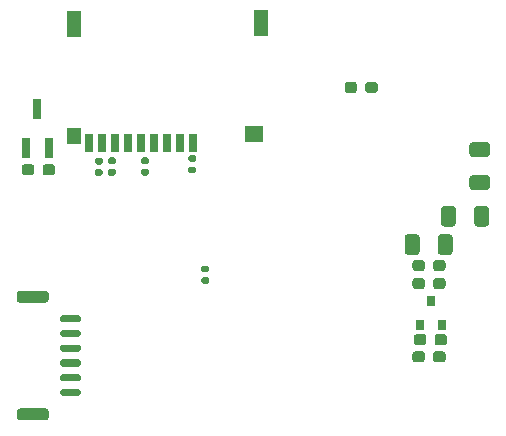
<source format=gbr>
%TF.GenerationSoftware,KiCad,Pcbnew,(5.1.6)-1*%
%TF.CreationDate,2020-08-20T13:52:42+07:00*%
%TF.ProjectId,drone_v3,64726f6e-655f-4763-932e-6b696361645f,rev?*%
%TF.SameCoordinates,Original*%
%TF.FileFunction,Paste,Bot*%
%TF.FilePolarity,Positive*%
%FSLAX46Y46*%
G04 Gerber Fmt 4.6, Leading zero omitted, Abs format (unit mm)*
G04 Created by KiCad (PCBNEW (5.1.6)-1) date 2020-08-20 13:52:42*
%MOMM*%
%LPD*%
G01*
G04 APERTURE LIST*
%ADD10R,1.200000X2.200000*%
%ADD11R,0.700000X1.600000*%
%ADD12R,1.200000X1.400000*%
%ADD13R,1.600000X1.400000*%
%ADD14R,0.800000X0.900000*%
%ADD15R,0.800000X1.800000*%
G04 APERTURE END LIST*
D10*
%TO.C,MicroSD*%
X126230000Y-86635000D03*
D11*
X111630000Y-96835000D03*
D12*
X110430000Y-96235000D03*
D10*
X110430000Y-86735000D03*
D13*
X125630000Y-96035000D03*
D11*
X120430000Y-96835000D03*
X119330000Y-96835000D03*
X118230000Y-96835000D03*
X117130000Y-96835000D03*
X116030000Y-96835000D03*
X114930000Y-96835000D03*
X113830000Y-96835000D03*
X112730000Y-96835000D03*
%TD*%
%TO.C,D6*%
G36*
G01*
X144125000Y-96725000D02*
X145375000Y-96725000D01*
G75*
G02*
X145625000Y-96975000I0J-250000D01*
G01*
X145625000Y-97725000D01*
G75*
G02*
X145375000Y-97975000I-250000J0D01*
G01*
X144125000Y-97975000D01*
G75*
G02*
X143875000Y-97725000I0J250000D01*
G01*
X143875000Y-96975000D01*
G75*
G02*
X144125000Y-96725000I250000J0D01*
G01*
G37*
G36*
G01*
X144125000Y-99525000D02*
X145375000Y-99525000D01*
G75*
G02*
X145625000Y-99775000I0J-250000D01*
G01*
X145625000Y-100525000D01*
G75*
G02*
X145375000Y-100775000I-250000J0D01*
G01*
X144125000Y-100775000D01*
G75*
G02*
X143875000Y-100525000I0J250000D01*
G01*
X143875000Y-99775000D01*
G75*
G02*
X144125000Y-99525000I250000J0D01*
G01*
G37*
%TD*%
%TO.C,D1*%
G36*
G01*
X142725000Y-102375000D02*
X142725000Y-103625000D01*
G75*
G02*
X142475000Y-103875000I-250000J0D01*
G01*
X141725000Y-103875000D01*
G75*
G02*
X141475000Y-103625000I0J250000D01*
G01*
X141475000Y-102375000D01*
G75*
G02*
X141725000Y-102125000I250000J0D01*
G01*
X142475000Y-102125000D01*
G75*
G02*
X142725000Y-102375000I0J-250000D01*
G01*
G37*
G36*
G01*
X145525000Y-102375000D02*
X145525000Y-103625000D01*
G75*
G02*
X145275000Y-103875000I-250000J0D01*
G01*
X144525000Y-103875000D01*
G75*
G02*
X144275000Y-103625000I0J250000D01*
G01*
X144275000Y-102375000D01*
G75*
G02*
X144525000Y-102125000I250000J0D01*
G01*
X145275000Y-102125000D01*
G75*
G02*
X145525000Y-102375000I0J-250000D01*
G01*
G37*
%TD*%
%TO.C,C10*%
G36*
G01*
X121672500Y-107760000D02*
X121327500Y-107760000D01*
G75*
G02*
X121180000Y-107612500I0J147500D01*
G01*
X121180000Y-107317500D01*
G75*
G02*
X121327500Y-107170000I147500J0D01*
G01*
X121672500Y-107170000D01*
G75*
G02*
X121820000Y-107317500I0J-147500D01*
G01*
X121820000Y-107612500D01*
G75*
G02*
X121672500Y-107760000I-147500J0D01*
G01*
G37*
G36*
G01*
X121672500Y-108730000D02*
X121327500Y-108730000D01*
G75*
G02*
X121180000Y-108582500I0J147500D01*
G01*
X121180000Y-108287500D01*
G75*
G02*
X121327500Y-108140000I147500J0D01*
G01*
X121672500Y-108140000D01*
G75*
G02*
X121820000Y-108287500I0J-147500D01*
G01*
X121820000Y-108582500D01*
G75*
G02*
X121672500Y-108730000I-147500J0D01*
G01*
G37*
%TD*%
%TO.C,C15*%
G36*
G01*
X139650000Y-104775000D02*
X139650000Y-106025000D01*
G75*
G02*
X139400000Y-106275000I-250000J0D01*
G01*
X138650000Y-106275000D01*
G75*
G02*
X138400000Y-106025000I0J250000D01*
G01*
X138400000Y-104775000D01*
G75*
G02*
X138650000Y-104525000I250000J0D01*
G01*
X139400000Y-104525000D01*
G75*
G02*
X139650000Y-104775000I0J-250000D01*
G01*
G37*
G36*
G01*
X142450000Y-104775000D02*
X142450000Y-106025000D01*
G75*
G02*
X142200000Y-106275000I-250000J0D01*
G01*
X141450000Y-106275000D01*
G75*
G02*
X141200000Y-106025000I0J250000D01*
G01*
X141200000Y-104775000D01*
G75*
G02*
X141450000Y-104525000I250000J0D01*
G01*
X142200000Y-104525000D01*
G75*
G02*
X142450000Y-104775000I0J-250000D01*
G01*
G37*
%TD*%
D14*
%TO.C,MCP1700*%
X140600000Y-110175000D03*
X139650000Y-112175000D03*
X141550000Y-112175000D03*
%TD*%
%TO.C,Telemetry*%
G36*
G01*
X110800000Y-118225000D02*
X109400000Y-118225000D01*
G75*
G02*
X109250000Y-118075000I0J150000D01*
G01*
X109250000Y-117775000D01*
G75*
G02*
X109400000Y-117625000I150000J0D01*
G01*
X110800000Y-117625000D01*
G75*
G02*
X110950000Y-117775000I0J-150000D01*
G01*
X110950000Y-118075000D01*
G75*
G02*
X110800000Y-118225000I-150000J0D01*
G01*
G37*
G36*
G01*
X110800000Y-116975000D02*
X109400000Y-116975000D01*
G75*
G02*
X109250000Y-116825000I0J150000D01*
G01*
X109250000Y-116525000D01*
G75*
G02*
X109400000Y-116375000I150000J0D01*
G01*
X110800000Y-116375000D01*
G75*
G02*
X110950000Y-116525000I0J-150000D01*
G01*
X110950000Y-116825000D01*
G75*
G02*
X110800000Y-116975000I-150000J0D01*
G01*
G37*
G36*
G01*
X110800000Y-115725000D02*
X109400000Y-115725000D01*
G75*
G02*
X109250000Y-115575000I0J150000D01*
G01*
X109250000Y-115275000D01*
G75*
G02*
X109400000Y-115125000I150000J0D01*
G01*
X110800000Y-115125000D01*
G75*
G02*
X110950000Y-115275000I0J-150000D01*
G01*
X110950000Y-115575000D01*
G75*
G02*
X110800000Y-115725000I-150000J0D01*
G01*
G37*
G36*
G01*
X110800000Y-114475000D02*
X109400000Y-114475000D01*
G75*
G02*
X109250000Y-114325000I0J150000D01*
G01*
X109250000Y-114025000D01*
G75*
G02*
X109400000Y-113875000I150000J0D01*
G01*
X110800000Y-113875000D01*
G75*
G02*
X110950000Y-114025000I0J-150000D01*
G01*
X110950000Y-114325000D01*
G75*
G02*
X110800000Y-114475000I-150000J0D01*
G01*
G37*
G36*
G01*
X110800000Y-113225000D02*
X109400000Y-113225000D01*
G75*
G02*
X109250000Y-113075000I0J150000D01*
G01*
X109250000Y-112775000D01*
G75*
G02*
X109400000Y-112625000I150000J0D01*
G01*
X110800000Y-112625000D01*
G75*
G02*
X110950000Y-112775000I0J-150000D01*
G01*
X110950000Y-113075000D01*
G75*
G02*
X110800000Y-113225000I-150000J0D01*
G01*
G37*
G36*
G01*
X110800000Y-111975000D02*
X109400000Y-111975000D01*
G75*
G02*
X109250000Y-111825000I0J150000D01*
G01*
X109250000Y-111525000D01*
G75*
G02*
X109400000Y-111375000I150000J0D01*
G01*
X110800000Y-111375000D01*
G75*
G02*
X110950000Y-111525000I0J-150000D01*
G01*
X110950000Y-111825000D01*
G75*
G02*
X110800000Y-111975000I-150000J0D01*
G01*
G37*
G36*
G01*
X108000000Y-120275000D02*
X105800000Y-120275000D01*
G75*
G02*
X105550000Y-120025000I0J250000D01*
G01*
X105550000Y-119525000D01*
G75*
G02*
X105800000Y-119275000I250000J0D01*
G01*
X108000000Y-119275000D01*
G75*
G02*
X108250000Y-119525000I0J-250000D01*
G01*
X108250000Y-120025000D01*
G75*
G02*
X108000000Y-120275000I-250000J0D01*
G01*
G37*
G36*
G01*
X108000000Y-110325000D02*
X105800000Y-110325000D01*
G75*
G02*
X105550000Y-110075000I0J250000D01*
G01*
X105550000Y-109575000D01*
G75*
G02*
X105800000Y-109325000I250000J0D01*
G01*
X108000000Y-109325000D01*
G75*
G02*
X108250000Y-109575000I0J-250000D01*
G01*
X108250000Y-110075000D01*
G75*
G02*
X108000000Y-110325000I-250000J0D01*
G01*
G37*
%TD*%
%TO.C,R15*%
G36*
G01*
X120572500Y-98410000D02*
X120227500Y-98410000D01*
G75*
G02*
X120080000Y-98262500I0J147500D01*
G01*
X120080000Y-97967500D01*
G75*
G02*
X120227500Y-97820000I147500J0D01*
G01*
X120572500Y-97820000D01*
G75*
G02*
X120720000Y-97967500I0J-147500D01*
G01*
X120720000Y-98262500D01*
G75*
G02*
X120572500Y-98410000I-147500J0D01*
G01*
G37*
G36*
G01*
X120572500Y-99380000D02*
X120227500Y-99380000D01*
G75*
G02*
X120080000Y-99232500I0J147500D01*
G01*
X120080000Y-98937500D01*
G75*
G02*
X120227500Y-98790000I147500J0D01*
G01*
X120572500Y-98790000D01*
G75*
G02*
X120720000Y-98937500I0J-147500D01*
G01*
X120720000Y-99232500D01*
G75*
G02*
X120572500Y-99380000I-147500J0D01*
G01*
G37*
%TD*%
%TO.C,R14*%
G36*
G01*
X113772500Y-98610000D02*
X113427500Y-98610000D01*
G75*
G02*
X113280000Y-98462500I0J147500D01*
G01*
X113280000Y-98167500D01*
G75*
G02*
X113427500Y-98020000I147500J0D01*
G01*
X113772500Y-98020000D01*
G75*
G02*
X113920000Y-98167500I0J-147500D01*
G01*
X113920000Y-98462500D01*
G75*
G02*
X113772500Y-98610000I-147500J0D01*
G01*
G37*
G36*
G01*
X113772500Y-99580000D02*
X113427500Y-99580000D01*
G75*
G02*
X113280000Y-99432500I0J147500D01*
G01*
X113280000Y-99137500D01*
G75*
G02*
X113427500Y-98990000I147500J0D01*
G01*
X113772500Y-98990000D01*
G75*
G02*
X113920000Y-99137500I0J-147500D01*
G01*
X113920000Y-99432500D01*
G75*
G02*
X113772500Y-99580000I-147500J0D01*
G01*
G37*
%TD*%
%TO.C,R13*%
G36*
G01*
X112672500Y-98620000D02*
X112327500Y-98620000D01*
G75*
G02*
X112180000Y-98472500I0J147500D01*
G01*
X112180000Y-98177500D01*
G75*
G02*
X112327500Y-98030000I147500J0D01*
G01*
X112672500Y-98030000D01*
G75*
G02*
X112820000Y-98177500I0J-147500D01*
G01*
X112820000Y-98472500D01*
G75*
G02*
X112672500Y-98620000I-147500J0D01*
G01*
G37*
G36*
G01*
X112672500Y-99590000D02*
X112327500Y-99590000D01*
G75*
G02*
X112180000Y-99442500I0J147500D01*
G01*
X112180000Y-99147500D01*
G75*
G02*
X112327500Y-99000000I147500J0D01*
G01*
X112672500Y-99000000D01*
G75*
G02*
X112820000Y-99147500I0J-147500D01*
G01*
X112820000Y-99442500D01*
G75*
G02*
X112672500Y-99590000I-147500J0D01*
G01*
G37*
%TD*%
%TO.C,R12*%
G36*
G01*
X116572500Y-98610000D02*
X116227500Y-98610000D01*
G75*
G02*
X116080000Y-98462500I0J147500D01*
G01*
X116080000Y-98167500D01*
G75*
G02*
X116227500Y-98020000I147500J0D01*
G01*
X116572500Y-98020000D01*
G75*
G02*
X116720000Y-98167500I0J-147500D01*
G01*
X116720000Y-98462500D01*
G75*
G02*
X116572500Y-98610000I-147500J0D01*
G01*
G37*
G36*
G01*
X116572500Y-99580000D02*
X116227500Y-99580000D01*
G75*
G02*
X116080000Y-99432500I0J147500D01*
G01*
X116080000Y-99137500D01*
G75*
G02*
X116227500Y-98990000I147500J0D01*
G01*
X116572500Y-98990000D01*
G75*
G02*
X116720000Y-99137500I0J-147500D01*
G01*
X116720000Y-99432500D01*
G75*
G02*
X116572500Y-99580000I-147500J0D01*
G01*
G37*
%TD*%
%TO.C,R4*%
G36*
G01*
X107030000Y-98832500D02*
X107030000Y-99307500D01*
G75*
G02*
X106792500Y-99545000I-237500J0D01*
G01*
X106217500Y-99545000D01*
G75*
G02*
X105980000Y-99307500I0J237500D01*
G01*
X105980000Y-98832500D01*
G75*
G02*
X106217500Y-98595000I237500J0D01*
G01*
X106792500Y-98595000D01*
G75*
G02*
X107030000Y-98832500I0J-237500D01*
G01*
G37*
G36*
G01*
X108780000Y-98832500D02*
X108780000Y-99307500D01*
G75*
G02*
X108542500Y-99545000I-237500J0D01*
G01*
X107967500Y-99545000D01*
G75*
G02*
X107730000Y-99307500I0J237500D01*
G01*
X107730000Y-98832500D01*
G75*
G02*
X107967500Y-98595000I237500J0D01*
G01*
X108542500Y-98595000D01*
G75*
G02*
X108780000Y-98832500I0J-237500D01*
G01*
G37*
%TD*%
D15*
%TO.C,Q2*%
X107300000Y-93910000D03*
X106350000Y-97210000D03*
X108250000Y-97210000D03*
%TD*%
%TO.C,C19*%
G36*
G01*
X140925000Y-113687500D02*
X140925000Y-113212500D01*
G75*
G02*
X141162500Y-112975000I237500J0D01*
G01*
X141737500Y-112975000D01*
G75*
G02*
X141975000Y-113212500I0J-237500D01*
G01*
X141975000Y-113687500D01*
G75*
G02*
X141737500Y-113925000I-237500J0D01*
G01*
X141162500Y-113925000D01*
G75*
G02*
X140925000Y-113687500I0J237500D01*
G01*
G37*
G36*
G01*
X139175000Y-113687500D02*
X139175000Y-113212500D01*
G75*
G02*
X139412500Y-112975000I237500J0D01*
G01*
X139987500Y-112975000D01*
G75*
G02*
X140225000Y-113212500I0J-237500D01*
G01*
X140225000Y-113687500D01*
G75*
G02*
X139987500Y-113925000I-237500J0D01*
G01*
X139412500Y-113925000D01*
G75*
G02*
X139175000Y-113687500I0J237500D01*
G01*
G37*
%TD*%
%TO.C,C18*%
G36*
G01*
X140800000Y-115137500D02*
X140800000Y-114662500D01*
G75*
G02*
X141037500Y-114425000I237500J0D01*
G01*
X141612500Y-114425000D01*
G75*
G02*
X141850000Y-114662500I0J-237500D01*
G01*
X141850000Y-115137500D01*
G75*
G02*
X141612500Y-115375000I-237500J0D01*
G01*
X141037500Y-115375000D01*
G75*
G02*
X140800000Y-115137500I0J237500D01*
G01*
G37*
G36*
G01*
X139050000Y-115137500D02*
X139050000Y-114662500D01*
G75*
G02*
X139287500Y-114425000I237500J0D01*
G01*
X139862500Y-114425000D01*
G75*
G02*
X140100000Y-114662500I0J-237500D01*
G01*
X140100000Y-115137500D01*
G75*
G02*
X139862500Y-115375000I-237500J0D01*
G01*
X139287500Y-115375000D01*
G75*
G02*
X139050000Y-115137500I0J237500D01*
G01*
G37*
%TD*%
%TO.C,C17*%
G36*
G01*
X140100000Y-106937500D02*
X140100000Y-107412500D01*
G75*
G02*
X139862500Y-107650000I-237500J0D01*
G01*
X139287500Y-107650000D01*
G75*
G02*
X139050000Y-107412500I0J237500D01*
G01*
X139050000Y-106937500D01*
G75*
G02*
X139287500Y-106700000I237500J0D01*
G01*
X139862500Y-106700000D01*
G75*
G02*
X140100000Y-106937500I0J-237500D01*
G01*
G37*
G36*
G01*
X141850000Y-106937500D02*
X141850000Y-107412500D01*
G75*
G02*
X141612500Y-107650000I-237500J0D01*
G01*
X141037500Y-107650000D01*
G75*
G02*
X140800000Y-107412500I0J237500D01*
G01*
X140800000Y-106937500D01*
G75*
G02*
X141037500Y-106700000I237500J0D01*
G01*
X141612500Y-106700000D01*
G75*
G02*
X141850000Y-106937500I0J-237500D01*
G01*
G37*
%TD*%
%TO.C,C16*%
G36*
G01*
X140100000Y-108462500D02*
X140100000Y-108937500D01*
G75*
G02*
X139862500Y-109175000I-237500J0D01*
G01*
X139287500Y-109175000D01*
G75*
G02*
X139050000Y-108937500I0J237500D01*
G01*
X139050000Y-108462500D01*
G75*
G02*
X139287500Y-108225000I237500J0D01*
G01*
X139862500Y-108225000D01*
G75*
G02*
X140100000Y-108462500I0J-237500D01*
G01*
G37*
G36*
G01*
X141850000Y-108462500D02*
X141850000Y-108937500D01*
G75*
G02*
X141612500Y-109175000I-237500J0D01*
G01*
X141037500Y-109175000D01*
G75*
G02*
X140800000Y-108937500I0J237500D01*
G01*
X140800000Y-108462500D01*
G75*
G02*
X141037500Y-108225000I237500J0D01*
G01*
X141612500Y-108225000D01*
G75*
G02*
X141850000Y-108462500I0J-237500D01*
G01*
G37*
%TD*%
%TO.C,C12*%
G36*
G01*
X134350000Y-91862500D02*
X134350000Y-92337500D01*
G75*
G02*
X134112500Y-92575000I-237500J0D01*
G01*
X133537500Y-92575000D01*
G75*
G02*
X133300000Y-92337500I0J237500D01*
G01*
X133300000Y-91862500D01*
G75*
G02*
X133537500Y-91625000I237500J0D01*
G01*
X134112500Y-91625000D01*
G75*
G02*
X134350000Y-91862500I0J-237500D01*
G01*
G37*
G36*
G01*
X136100000Y-91862500D02*
X136100000Y-92337500D01*
G75*
G02*
X135862500Y-92575000I-237500J0D01*
G01*
X135287500Y-92575000D01*
G75*
G02*
X135050000Y-92337500I0J237500D01*
G01*
X135050000Y-91862500D01*
G75*
G02*
X135287500Y-91625000I237500J0D01*
G01*
X135862500Y-91625000D01*
G75*
G02*
X136100000Y-91862500I0J-237500D01*
G01*
G37*
%TD*%
M02*

</source>
